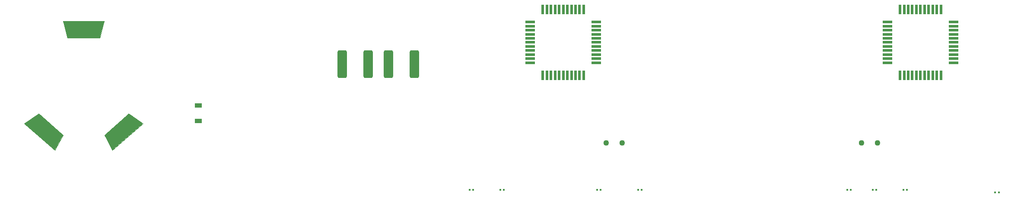
<source format=gtp>
%TF.GenerationSoftware,KiCad,Pcbnew,9.0.4*%
%TF.CreationDate,2025-11-16T22:43:31-07:00*%
%TF.ProjectId,Nixie Clock ECE5930,4e697869-6520-4436-9c6f-636b20454345,rev?*%
%TF.SameCoordinates,Original*%
%TF.FileFunction,Paste,Top*%
%TF.FilePolarity,Positive*%
%FSLAX46Y46*%
G04 Gerber Fmt 4.6, Leading zero omitted, Abs format (unit mm)*
G04 Created by KiCad (PCBNEW 9.0.4) date 2025-11-16 22:43:31*
%MOMM*%
%LPD*%
G01*
G04 APERTURE LIST*
G04 Aperture macros list*
%AMRoundRect*
0 Rectangle with rounded corners*
0 $1 Rounding radius*
0 $2 $3 $4 $5 $6 $7 $8 $9 X,Y pos of 4 corners*
0 Add a 4 corners polygon primitive as box body*
4,1,4,$2,$3,$4,$5,$6,$7,$8,$9,$2,$3,0*
0 Add four circle primitives for the rounded corners*
1,1,$1+$1,$2,$3*
1,1,$1+$1,$4,$5*
1,1,$1+$1,$6,$7*
1,1,$1+$1,$8,$9*
0 Add four rect primitives between the rounded corners*
20,1,$1+$1,$2,$3,$4,$5,0*
20,1,$1+$1,$4,$5,$6,$7,0*
20,1,$1+$1,$6,$7,$8,$9,0*
20,1,$1+$1,$8,$9,$2,$3,0*%
G04 Aperture macros list end*
%ADD10C,0.000100*%
%ADD11R,0.600000X1.900000*%
%ADD12R,1.900000X0.600000*%
%ADD13RoundRect,0.079500X0.079500X0.100500X-0.079500X0.100500X-0.079500X-0.100500X0.079500X-0.100500X0*%
%ADD14RoundRect,0.079500X-0.079500X-0.100500X0.079500X-0.100500X0.079500X0.100500X-0.079500X0.100500X0*%
%ADD15C,1.107440*%
%ADD16R,1.397000X0.965200*%
%ADD17RoundRect,0.250000X-0.650000X-2.450000X0.650000X-2.450000X0.650000X2.450000X-0.650000X2.450000X0*%
G04 APERTURE END LIST*
D10*
%TO.C,BT2*%
X36973100Y-53221600D02*
X35411800Y-56246400D01*
X29405200Y-50932200D01*
X32217200Y-49013900D01*
X36973100Y-53221600D01*
G36*
X36973100Y-53221600D02*
G01*
X35411800Y-56246400D01*
X29405200Y-50932200D01*
X32217200Y-49013900D01*
X36973100Y-53221600D01*
G37*
X44200000Y-34085000D02*
X37850000Y-34085000D01*
X37015000Y-30785000D01*
X45035000Y-30785000D01*
X44200000Y-34085000D01*
G36*
X44200000Y-34085000D02*
G01*
X37850000Y-34085000D01*
X37015000Y-30785000D01*
X45035000Y-30785000D01*
X44200000Y-34085000D01*
G37*
X52644800Y-50932200D02*
X46638200Y-56246400D01*
X45076900Y-53221600D01*
X49832800Y-49013900D01*
X52644800Y-50932200D01*
G36*
X52644800Y-50932200D02*
G01*
X46638200Y-56246400D01*
X45076900Y-53221600D01*
X49832800Y-49013900D01*
X52644800Y-50932200D01*
G37*
%TD*%
D11*
%TO.C,U2*%
X139000000Y-28500000D03*
X138200000Y-28500000D03*
X137400000Y-28500000D03*
X136600000Y-28500000D03*
X135800000Y-28500000D03*
X135000000Y-28500000D03*
X134200000Y-28500000D03*
X133400000Y-28500000D03*
X132600000Y-28500000D03*
X131800000Y-28500000D03*
X131000000Y-28500000D03*
D12*
X128500000Y-31000000D03*
X128500000Y-31800000D03*
X128500000Y-32600000D03*
X128500000Y-33400000D03*
X128500000Y-34200000D03*
X128500000Y-35000000D03*
X128500000Y-35800000D03*
X128500000Y-36600000D03*
X128500000Y-37400000D03*
X128500000Y-38200000D03*
X128500000Y-39000000D03*
D11*
X131000000Y-41500000D03*
X131800000Y-41500000D03*
X132600000Y-41500000D03*
X133400000Y-41500000D03*
X134200000Y-41500000D03*
X135000000Y-41500000D03*
X135800000Y-41500000D03*
X136600000Y-41500000D03*
X137400000Y-41500000D03*
X138200000Y-41500000D03*
X139000000Y-41500000D03*
D12*
X141500000Y-39000000D03*
X141500000Y-38200000D03*
X141500000Y-37400000D03*
X141500000Y-36600000D03*
X141500000Y-35800000D03*
X141500000Y-35000000D03*
X141500000Y-34200000D03*
X141500000Y-33400000D03*
X141500000Y-32600000D03*
X141500000Y-31800000D03*
X141500000Y-31000000D03*
%TD*%
D13*
%TO.C,R8*%
X220345000Y-64500000D03*
X219655000Y-64500000D03*
%TD*%
D14*
%TO.C,R11*%
X195655000Y-64000000D03*
X196345000Y-64000000D03*
%TD*%
D13*
%TO.C,R9*%
X202345000Y-64000000D03*
X201655000Y-64000000D03*
%TD*%
%TO.C,R10*%
X191345000Y-64000000D03*
X190655000Y-64000000D03*
%TD*%
D15*
%TO.C,N4*%
X143412500Y-54750000D03*
X146587500Y-54750000D03*
%TD*%
D13*
%TO.C,R5*%
X150345000Y-64000000D03*
X149655000Y-64000000D03*
%TD*%
D16*
%TO.C,C6*%
X63500000Y-50418001D03*
X63500000Y-47371999D03*
%TD*%
D13*
%TO.C,R4*%
X142345000Y-64000000D03*
X141655000Y-64000000D03*
%TD*%
D14*
%TO.C,R7*%
X116655000Y-64000000D03*
X117345000Y-64000000D03*
%TD*%
D11*
%TO.C,U3*%
X209000000Y-28500000D03*
X208200000Y-28500000D03*
X207400000Y-28500000D03*
X206600000Y-28500000D03*
X205800000Y-28500000D03*
X205000000Y-28500000D03*
X204200000Y-28500000D03*
X203400000Y-28500000D03*
X202600000Y-28500000D03*
X201800000Y-28500000D03*
X201000000Y-28500000D03*
D12*
X198500000Y-31000000D03*
X198500000Y-31800000D03*
X198500000Y-32600000D03*
X198500000Y-33400000D03*
X198500000Y-34200000D03*
X198500000Y-35000000D03*
X198500000Y-35800000D03*
X198500000Y-36600000D03*
X198500000Y-37400000D03*
X198500000Y-38200000D03*
X198500000Y-39000000D03*
D11*
X201000000Y-41500000D03*
X201800000Y-41500000D03*
X202600000Y-41500000D03*
X203400000Y-41500000D03*
X204200000Y-41500000D03*
X205000000Y-41500000D03*
X205800000Y-41500000D03*
X206600000Y-41500000D03*
X207400000Y-41500000D03*
X208200000Y-41500000D03*
X209000000Y-41500000D03*
D12*
X211500000Y-39000000D03*
X211500000Y-38200000D03*
X211500000Y-37400000D03*
X211500000Y-36600000D03*
X211500000Y-35800000D03*
X211500000Y-35000000D03*
X211500000Y-34200000D03*
X211500000Y-33400000D03*
X211500000Y-32600000D03*
X211500000Y-31800000D03*
X211500000Y-31000000D03*
%TD*%
D17*
%TO.C,C5*%
X91674000Y-39243000D03*
X96774000Y-39243000D03*
%TD*%
D13*
%TO.C,R6*%
X123345000Y-64000000D03*
X122655000Y-64000000D03*
%TD*%
D15*
%TO.C,N8*%
X193412500Y-54750000D03*
X196587500Y-54750000D03*
%TD*%
D17*
%TO.C,C4*%
X100701000Y-39243000D03*
X105801000Y-39243000D03*
%TD*%
M02*

</source>
